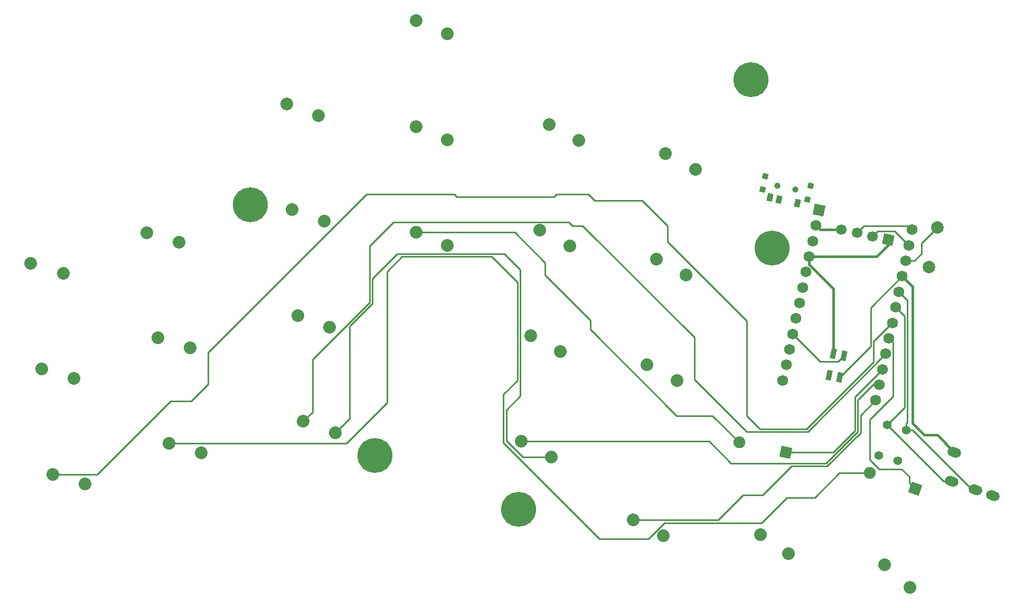
<source format=gbr>
%TF.GenerationSoftware,KiCad,Pcbnew,(6.0.7-1)-1*%
%TF.CreationDate,2022-09-15T11:20:02-04:00*%
%TF.ProjectId,skyline_pcb_left,736b796c-696e-4655-9f70-63625f6c6566,v1.0.0*%
%TF.SameCoordinates,Original*%
%TF.FileFunction,Copper,L1,Top*%
%TF.FilePolarity,Positive*%
%FSLAX46Y46*%
G04 Gerber Fmt 4.6, Leading zero omitted, Abs format (unit mm)*
G04 Created by KiCad (PCBNEW (6.0.7-1)-1) date 2022-09-15 11:20:02*
%MOMM*%
%LPD*%
G01*
G04 APERTURE LIST*
G04 Aperture macros list*
%AMHorizOval*
0 Thick line with rounded ends*
0 $1 width*
0 $2 $3 position (X,Y) of the first rounded end (center of the circle)*
0 $4 $5 position (X,Y) of the second rounded end (center of the circle)*
0 Add line between two ends*
20,1,$1,$2,$3,$4,$5,0*
0 Add two circle primitives to create the rounded ends*
1,1,$1,$2,$3*
1,1,$1,$4,$5*%
%AMRotRect*
0 Rectangle, with rotation*
0 The origin of the aperture is its center*
0 $1 length*
0 $2 width*
0 $3 Rotation angle, in degrees counterclockwise*
0 Add horizontal line*
21,1,$1,$2,0,0,$3*%
G04 Aperture macros list end*
%TA.AperFunction,SMDPad,CuDef*%
%ADD10RotRect,0.900000X0.900000X348.000000*%
%TD*%
%TA.AperFunction,WasherPad*%
%ADD11C,1.000000*%
%TD*%
%TA.AperFunction,SMDPad,CuDef*%
%ADD12RotRect,0.900000X1.250000X348.000000*%
%TD*%
%TA.AperFunction,ConnectorPad*%
%ADD13C,5.600000*%
%TD*%
%TA.AperFunction,ComponentPad*%
%ADD14C,3.600000*%
%TD*%
%TA.AperFunction,ComponentPad*%
%ADD15C,1.397000*%
%TD*%
%TA.AperFunction,ComponentPad*%
%ADD16C,2.032000*%
%TD*%
%TA.AperFunction,ComponentPad*%
%ADD17RotRect,1.752600X1.752600X258.000000*%
%TD*%
%TA.AperFunction,ComponentPad*%
%ADD18C,1.752600*%
%TD*%
%TA.AperFunction,SMDPad,CuDef*%
%ADD19RotRect,1.600000X0.850000X78.000000*%
%TD*%
%TA.AperFunction,ComponentPad*%
%ADD20C,1.905000*%
%TD*%
%TA.AperFunction,ComponentPad*%
%ADD21RotRect,1.778000X1.778000X168.000000*%
%TD*%
%TA.AperFunction,ComponentPad*%
%ADD22HorizOval,1.600000X-0.283656X0.097670X0.283656X-0.097670X0*%
%TD*%
%TA.AperFunction,ComponentPad*%
%ADD23C,2.000000*%
%TD*%
%TA.AperFunction,ComponentPad*%
%ADD24RotRect,1.700000X1.700000X258.000000*%
%TD*%
%TA.AperFunction,ComponentPad*%
%ADD25HorizOval,1.700000X0.000000X0.000000X0.000000X0.000000X0*%
%TD*%
%TA.AperFunction,ComponentPad*%
%ADD26RotRect,1.778000X1.778000X161.000000*%
%TD*%
%TA.AperFunction,Conductor*%
%ADD27C,0.250000*%
%TD*%
%TA.AperFunction,Conductor*%
%ADD28C,0.400000*%
%TD*%
G04 APERTURE END LIST*
D10*
%TO.P,T1,*%
%TO.N,*%
X250804314Y-123795789D03*
D11*
X255661978Y-125952893D03*
D10*
X257585200Y-127486261D03*
D11*
X252727536Y-125329157D03*
D10*
X250346908Y-125947714D03*
X258042606Y-125334336D03*
D12*
%TO.P,T1,1*%
%TO.N,undefined*%
X255964172Y-128138483D03*
%TO.P,T1,2*%
X253029730Y-127514748D03*
%TO.P,T1,3*%
%TO.N,N/C*%
X251562508Y-127202880D03*
%TD*%
D13*
%TO.P,REF\u002A\u002A,1*%
%TO.N,N/C*%
X248471233Y-108327154D03*
D14*
X248471233Y-108327154D03*
%TD*%
D15*
%TO.P,\u002A\u002A,3*%
%TO.N,P3*%
X270339579Y-163674142D03*
%TO.P,\u002A\u002A,4*%
%TO.N,VCC*%
X268982009Y-168569384D03*
%TD*%
D16*
%TO.P,S26,1*%
%TO.N,P7*%
X194796517Y-98810842D03*
%TO.P,S26,2*%
%TO.N,P21*%
X199796517Y-100910842D03*
%TD*%
D14*
%TO.P,REF\u002A\u002A,1*%
%TO.N,N/C*%
X168206517Y-128350842D03*
D13*
X168206517Y-128350842D03*
%TD*%
D16*
%TO.P,S42,1*%
%TO.N,P9*%
X229656879Y-178902403D03*
%TO.P,S42,2*%
%TO.N,P18*%
X234454825Y-181430191D03*
%TD*%
%TO.P,S34,1*%
%TO.N,P8*%
X216128478Y-115532182D03*
%TO.P,S34,2*%
%TO.N,P21*%
X220926424Y-118059970D03*
%TD*%
%TO.P,S40,1*%
%TO.N,P9*%
X234799068Y-120126915D03*
%TO.P,S40,2*%
%TO.N,P21*%
X239597014Y-122654703D03*
%TD*%
%TO.P,S22,1*%
%TO.N,P7*%
X194796517Y-132810842D03*
%TO.P,S22,2*%
%TO.N,P19*%
X199796517Y-134910842D03*
%TD*%
%TO.P,S28,1*%
%TO.N,P8*%
X211683535Y-166338112D03*
%TO.P,S28,2*%
%TO.N,P18*%
X216481481Y-168865900D03*
%TD*%
%TO.P,S4,1*%
%TO.N,P4*%
X134816878Y-154693170D03*
%TO.P,S4,2*%
%TO.N,P20*%
X140008997Y-156259023D03*
%TD*%
%TO.P,S10,1*%
%TO.N,P5*%
X153399209Y-149723563D03*
%TO.P,S10,2*%
%TO.N,P20*%
X158591328Y-151289416D03*
%TD*%
D17*
%TO.P,MCU1,1*%
%TO.N,RAW*%
X259435551Y-129216394D03*
D18*
%TO.P,MCU1,2*%
%TO.N,GND*%
X258907455Y-131700889D03*
%TO.P,MCU1,3*%
%TO.N,RST*%
X258379359Y-134185384D03*
%TO.P,MCU1,4*%
%TO.N,VCC*%
X257851264Y-136669879D03*
%TO.P,MCU1,5*%
%TO.N,P21*%
X257323168Y-139154374D03*
%TO.P,MCU1,6*%
%TO.N,P20*%
X256795072Y-141638868D03*
%TO.P,MCU1,7*%
%TO.N,P19*%
X256266976Y-144123363D03*
%TO.P,MCU1,8*%
%TO.N,P18*%
X255738881Y-146607858D03*
%TO.P,MCU1,9*%
%TO.N,P15*%
X255210785Y-149092353D03*
%TO.P,MCU1,10*%
%TO.N,P14*%
X254682689Y-151576848D03*
%TO.P,MCU1,11*%
%TO.N,P16*%
X254154594Y-154061343D03*
%TO.P,MCU1,12*%
%TO.N,P10*%
X253626498Y-156545838D03*
%TO.P,MCU1,13*%
%TO.N,P1*%
X274342520Y-132384968D03*
%TO.P,MCU1,14*%
%TO.N,P0*%
X273814424Y-134869463D03*
%TO.P,MCU1,15*%
%TO.N,GND*%
X273286329Y-137353958D03*
%TO.P,MCU1,16*%
X272758233Y-139838453D03*
%TO.P,MCU1,17*%
%TO.N,P2*%
X272230137Y-142322948D03*
%TO.P,MCU1,18*%
%TO.N,P3*%
X271702042Y-144807443D03*
%TO.P,MCU1,19*%
%TO.N,P4*%
X271173946Y-147291938D03*
%TO.P,MCU1,20*%
%TO.N,P5*%
X270645850Y-149776432D03*
%TO.P,MCU1,21*%
%TO.N,P6*%
X270117754Y-152260927D03*
%TO.P,MCU1,22*%
%TO.N,P7*%
X269589659Y-154745422D03*
%TO.P,MCU1,23*%
%TO.N,P8*%
X269061563Y-157229917D03*
%TO.P,MCU1,24*%
%TO.N,P9*%
X268533467Y-159714412D03*
%TD*%
D19*
%TO.P,REF\u002A\u002A,DIN*%
%TO.N,P15*%
X263441524Y-152619695D03*
%TO.P,REF\u002A\u002A,DOUT*%
%TO.N,N/C*%
X261002074Y-155679367D03*
%TO.P,REF\u002A\u002A,GND*%
%TO.N,GND*%
X262713833Y-156043212D03*
%TO.P,REF\u002A\u002A,VCC*%
%TO.N,VCC*%
X261729765Y-152255850D03*
%TD*%
D13*
%TO.P,REF\u002A\u002A,1*%
%TO.N,N/C*%
X251896517Y-135310842D03*
D14*
X251896517Y-135310842D03*
%TD*%
D15*
%TO.P,\u002A\u002A,2*%
%TO.N,P2*%
X273411222Y-164506045D03*
%TO.P,\u002A\u002A,4*%
%TO.N,VCC*%
X272053652Y-169401287D03*
%TD*%
D16*
%TO.P,S24,1*%
%TO.N,P7*%
X194796517Y-115810842D03*
%TO.P,S24,2*%
%TO.N,P20*%
X199796517Y-117910842D03*
%TD*%
D20*
%TO.P,D16,1*%
%TO.N,P7*%
X246610368Y-166479801D03*
D21*
%TO.P,D16,2*%
X254063852Y-168064089D03*
%TD*%
D16*
%TO.P,S12,1*%
%TO.N,P5*%
X151622225Y-132816691D03*
%TO.P,S12,2*%
%TO.N,P21*%
X156814344Y-134382544D03*
%TD*%
%TO.P,S2,1*%
%TO.N,P4*%
X136593862Y-171600042D03*
%TO.P,S2,2*%
%TO.N,P19*%
X141785981Y-173165895D03*
%TD*%
D14*
%TO.P,REF\u002A\u002A,1*%
%TO.N,N/C*%
X188196517Y-168610842D03*
D13*
X188196517Y-168610842D03*
%TD*%
D16*
%TO.P,S14,1*%
%TO.N,P6*%
X176737757Y-163114382D03*
%TO.P,S14,2*%
%TO.N,P18*%
X181840810Y-164949824D03*
%TD*%
%TO.P,S18,1*%
%TO.N,P6*%
X174958334Y-129160977D03*
%TO.P,S18,2*%
%TO.N,P20*%
X180061387Y-130996419D03*
%TD*%
%TO.P,S38,1*%
%TO.N,P9*%
X233317420Y-137062225D03*
%TO.P,S38,2*%
%TO.N,P20*%
X238115366Y-139590013D03*
%TD*%
D22*
%TO.P,REF\u002A\u002A,1*%
%TO.N,GND*%
X281141917Y-168056247D03*
%TO.P,REF\u002A\u002A,2*%
%TO.N,P3*%
X280684374Y-172763758D03*
%TO.P,REF\u002A\u002A,3*%
%TO.N,P2*%
X284466448Y-174066030D03*
%TO.P,REF\u002A\u002A,4*%
%TO.N,VCC*%
X287303004Y-175042735D03*
%TD*%
D16*
%TO.P,S16,1*%
%TO.N,P6*%
X175848046Y-146137679D03*
%TO.P,S16,2*%
%TO.N,P19*%
X180951099Y-147973121D03*
%TD*%
D23*
%TO.P,RSW1,1*%
%TO.N,RST*%
X277060244Y-138357905D03*
%TO.P,RSW1,2*%
%TO.N,GND*%
X278411670Y-131999945D03*
%TD*%
D16*
%TO.P,S20,1*%
%TO.N,P6*%
X174068623Y-112184275D03*
%TO.P,S20,2*%
%TO.N,P21*%
X179171676Y-114019717D03*
%TD*%
%TO.P,S8,1*%
%TO.N,P5*%
X155176193Y-166630435D03*
%TO.P,S8,2*%
%TO.N,P19*%
X160368312Y-168196288D03*
%TD*%
%TO.P,S6,1*%
%TO.N,P4*%
X133039894Y-137786298D03*
%TO.P,S6,2*%
%TO.N,P21*%
X138232013Y-139352151D03*
%TD*%
D24*
%TO.P,REF\u002A\u002A,1*%
%TO.N,VCC*%
X270482307Y-133943202D03*
D25*
%TO.P,REF\u002A\u002A,2*%
%TO.N,P0*%
X267997812Y-133415106D03*
%TO.P,REF\u002A\u002A,3*%
%TO.N,P1*%
X265513317Y-132887011D03*
%TO.P,REF\u002A\u002A,4*%
%TO.N,GND*%
X263028822Y-132358915D03*
%TD*%
D16*
%TO.P,S36,1*%
%TO.N,P9*%
X231835772Y-153997535D03*
%TO.P,S36,2*%
%TO.N,P19*%
X236633718Y-156525323D03*
%TD*%
%TO.P,S46,1*%
%TO.N,P5*%
X269958719Y-186098312D03*
%TO.P,S46,2*%
%TO.N,P18*%
X274002619Y-189711742D03*
%TD*%
D14*
%TO.P,REF\u002A\u002A,1*%
%TO.N,N/C*%
X211296517Y-177210842D03*
D13*
X211296517Y-177210842D03*
%TD*%
D20*
%TO.P,D17,1*%
%TO.N,P5*%
X267600821Y-171403395D03*
D26*
%TO.P,D17,2*%
X274805673Y-173884225D03*
%TD*%
D16*
%TO.P,S32,1*%
%TO.N,P8*%
X214646830Y-132467492D03*
%TO.P,S32,2*%
%TO.N,P20*%
X219444776Y-134995280D03*
%TD*%
%TO.P,S30,1*%
%TO.N,P8*%
X213165183Y-149402802D03*
%TO.P,S30,2*%
%TO.N,P19*%
X217963129Y-151930590D03*
%TD*%
%TO.P,S44,1*%
%TO.N,P7*%
X250027859Y-181267874D03*
%TO.P,S44,2*%
%TO.N,P18*%
X254481982Y-184361543D03*
%TD*%
D27*
%TO.N,P4*%
X257434069Y-164308216D02*
X268156026Y-153586259D01*
X158787973Y-159839506D02*
X161489263Y-157138216D01*
X222449263Y-126658216D02*
X223483828Y-127692781D01*
X161489263Y-157138216D02*
X161489263Y-152058216D01*
X217369263Y-126658216D02*
X222449263Y-126658216D01*
X235149263Y-134278216D02*
X247849263Y-146978216D01*
X268156026Y-153586259D02*
X268156026Y-150279424D01*
X235149263Y-131738216D02*
X235149263Y-134278216D01*
X247849263Y-146978216D02*
X247849263Y-162218216D01*
X136593862Y-171600042D02*
X143673997Y-171600042D01*
X216891636Y-127135843D02*
X217369263Y-126658216D01*
X247849263Y-162218216D02*
X249939263Y-164308216D01*
X268156026Y-150279424D02*
X271143512Y-147291938D01*
X155434533Y-159839506D02*
X158787973Y-159839506D01*
X271143512Y-147291938D02*
X271173946Y-147291938D01*
X249939263Y-164308216D02*
X257434069Y-164308216D01*
X201368215Y-127135843D02*
X216891636Y-127135843D01*
X186889263Y-126658216D02*
X200890588Y-126658216D01*
X143673997Y-171600042D02*
X155434533Y-159839506D01*
X161489263Y-152058216D02*
X186889263Y-126658216D01*
X231103828Y-127692781D02*
X235149263Y-131738216D01*
X223483828Y-127692781D02*
X231103828Y-127692781D01*
X200890588Y-126658216D02*
X201368215Y-127135843D01*
%TO.N,P5*%
X183642872Y-166630435D02*
X190142325Y-160130982D01*
X208825159Y-158778148D02*
X208825159Y-166546922D01*
X206975584Y-136704079D02*
X211065772Y-140794267D01*
X273884304Y-172962856D02*
X274805673Y-173884225D01*
X273884304Y-172009078D02*
X273884304Y-172962856D01*
X267600821Y-169269774D02*
X269124267Y-170793220D01*
X267600821Y-162786658D02*
X267600821Y-169269774D01*
X208825159Y-166546922D02*
X224215772Y-181937535D01*
X155176193Y-166630435D02*
X183642872Y-166630435D01*
X234591020Y-179397535D02*
X250197558Y-179397535D01*
X262689912Y-171403395D02*
X267600821Y-171403395D01*
X224215772Y-181937535D02*
X232051020Y-181937535D01*
X271319054Y-159068425D02*
X267600821Y-162786658D01*
X272668446Y-170793220D02*
X273884304Y-172009078D01*
X192544964Y-136704079D02*
X206975584Y-136704079D01*
X211065772Y-140794267D02*
X211065772Y-156537535D01*
X258731730Y-175361577D02*
X262689912Y-171403395D01*
X271319054Y-150449636D02*
X271319054Y-159068425D01*
X250197558Y-179397535D02*
X254233516Y-175361577D01*
X190142325Y-139106718D02*
X192544964Y-136704079D01*
X254233516Y-175361577D02*
X258731730Y-175361577D01*
X211065772Y-156537535D02*
X208825159Y-158778148D01*
X232051020Y-181937535D02*
X234591020Y-179397535D01*
X270645850Y-149776432D02*
X271319054Y-150449636D01*
X190142325Y-160130982D02*
X190142325Y-139106718D01*
X269124267Y-170793220D02*
X272668446Y-170793220D01*
%TO.N,P6*%
X247849263Y-164758216D02*
X257620465Y-164758216D01*
X219297539Y-131126492D02*
X219909263Y-131738216D01*
X219909263Y-131738216D02*
X221542835Y-131738216D01*
X187360680Y-134931110D02*
X191165298Y-131126492D01*
X187360680Y-144034829D02*
X187360680Y-134931110D01*
X178208129Y-161644010D02*
X178208129Y-153187380D01*
X239462531Y-149657912D02*
X239462531Y-156371484D01*
X221542835Y-131738216D02*
X239462531Y-149657912D01*
X239462531Y-156371484D02*
X247849263Y-164758216D01*
X257620465Y-164758216D02*
X270117754Y-152260927D01*
X191165298Y-131126492D02*
X219297539Y-131126492D01*
X178208129Y-153187380D02*
X187360680Y-144034829D01*
X176737757Y-163114382D02*
X178208129Y-161644010D01*
%TO.N,P18*%
X187810680Y-140220290D02*
X191776891Y-136254079D01*
X181840810Y-164949824D02*
X184149986Y-162640648D01*
X211945504Y-168865900D02*
X216481481Y-168865900D01*
X209012316Y-136254079D02*
X211515772Y-138757535D01*
X211515772Y-159042480D02*
X209275159Y-161283093D01*
X211515772Y-138757535D02*
X211515772Y-159042480D01*
X191776891Y-136254079D02*
X209012316Y-136254079D01*
X209275159Y-161283093D02*
X209275159Y-166195555D01*
X184149986Y-147881919D02*
X187810680Y-144221225D01*
X187810680Y-144221225D02*
X187810680Y-140220290D01*
X184149986Y-162640648D02*
X184149986Y-147881919D01*
X209275159Y-166195555D02*
X211945504Y-168865900D01*
%TO.N,P7*%
X194796517Y-132810842D02*
X210649079Y-132810842D01*
X261686994Y-168064089D02*
X265179263Y-164571820D01*
X236596398Y-162218216D02*
X242348783Y-162218216D01*
X210649079Y-132810842D02*
X215501374Y-137663137D01*
X222730518Y-148352336D02*
X236596398Y-162218216D01*
X265179263Y-159155818D02*
X269589659Y-154745422D01*
X215501374Y-139657419D02*
X222730518Y-146886563D01*
X242348783Y-162218216D02*
X246610368Y-166479801D01*
X222730518Y-146886563D02*
X222730518Y-148352336D01*
X215501374Y-137663137D02*
X215501374Y-139657419D01*
X265179263Y-164571820D02*
X265179263Y-159155818D01*
X254063852Y-168064089D02*
X261686994Y-168064089D01*
%TO.N,P8*%
X211683535Y-166338112D02*
X241809159Y-166338112D01*
X265629263Y-159678216D02*
X268169263Y-157138216D01*
X241809159Y-166338112D02*
X245309263Y-169838216D01*
X268169263Y-157138216D02*
X268969862Y-157138216D01*
X245309263Y-169838216D02*
X260549263Y-169838216D01*
X265629263Y-164758216D02*
X265629263Y-159678216D01*
X268969862Y-157138216D02*
X269061563Y-157229917D01*
X260549263Y-169838216D02*
X265629263Y-164758216D01*
%TO.N,P9*%
X260735659Y-170288216D02*
X266079263Y-164944612D01*
X255019263Y-170288216D02*
X260735659Y-170288216D01*
X243228680Y-178902403D02*
X247212867Y-174918216D01*
X266079263Y-164944612D02*
X266079263Y-162168616D01*
X247212867Y-174918216D02*
X250389263Y-174918216D01*
X250389263Y-174918216D02*
X255019263Y-170288216D01*
X266079263Y-162168616D02*
X268533467Y-159714412D01*
X229656879Y-178902403D02*
X243228680Y-178902403D01*
%TO.N,GND*%
X275844204Y-134567411D02*
X275844204Y-136209455D01*
D28*
X276298247Y-165314094D02*
X274439603Y-163455450D01*
D27*
X274699701Y-137353958D02*
X273286329Y-137353958D01*
D28*
X274439603Y-163455450D02*
X274439603Y-141519823D01*
D27*
X275844204Y-136209455D02*
X274699701Y-137353958D01*
D28*
X278399764Y-165314094D02*
X276298247Y-165314094D01*
X263028822Y-132358915D02*
X259565481Y-132358915D01*
D27*
X262713833Y-156043212D02*
X267706026Y-151051019D01*
X267706026Y-144890660D02*
X272758233Y-139838453D01*
X259565481Y-132358915D02*
X258907455Y-131700889D01*
X267706026Y-151051019D02*
X267706026Y-144890660D01*
D28*
X274439603Y-141519823D02*
X272758233Y-139838453D01*
X281141917Y-168056247D02*
X278399764Y-165314094D01*
D27*
X278411670Y-131999945D02*
X275844204Y-134567411D01*
D28*
%TO.N,VCC*%
X261729765Y-141801074D02*
X261729765Y-152255850D01*
X257851264Y-136669879D02*
X257851264Y-137922573D01*
X270482307Y-134812191D02*
X268624619Y-136669879D01*
X268624619Y-136669879D02*
X257851264Y-136669879D01*
X257851264Y-137922573D02*
X261729765Y-141801074D01*
X270482307Y-133943202D02*
X270482307Y-134812191D01*
D27*
%TO.N,P15*%
X260280450Y-153515036D02*
X259633468Y-153515036D01*
X263441524Y-152619695D02*
X262508858Y-153552361D01*
X260317775Y-153552361D02*
X260280450Y-153515036D01*
X259633468Y-153515036D02*
X255210785Y-149092353D01*
X262508858Y-153552361D02*
X260317775Y-153552361D01*
%TO.N,P1*%
X273736215Y-131778663D02*
X274342520Y-132384968D01*
X266621665Y-131778663D02*
X273736215Y-131778663D01*
X265513317Y-132887011D02*
X266621665Y-131778663D01*
%TO.N,P0*%
X267997812Y-133415106D02*
X268847812Y-132565106D01*
X271510067Y-132565106D02*
X273814424Y-134869463D01*
X268847812Y-132565106D02*
X271510067Y-132565106D01*
%TO.N,P2*%
X273411222Y-163457735D02*
X273411222Y-164506045D01*
X273608357Y-143701168D02*
X272230137Y-142322948D01*
X273608357Y-163260600D02*
X273608357Y-143701168D01*
X273608357Y-163260600D02*
X273411222Y-163457735D01*
X273411222Y-164506045D02*
X274399050Y-164506045D01*
X274399050Y-164506045D02*
X283959035Y-174066030D01*
X283959035Y-174066030D02*
X284466448Y-174066030D01*
%TO.N,P3*%
X279429195Y-172763758D02*
X280684374Y-172763758D01*
X273158357Y-160855364D02*
X270339579Y-163674142D01*
X271702042Y-144807443D02*
X273158357Y-146263758D01*
X273158357Y-146263758D02*
X273158357Y-160855364D01*
X270339579Y-163674142D02*
X279429195Y-172763758D01*
%TD*%
M02*

</source>
